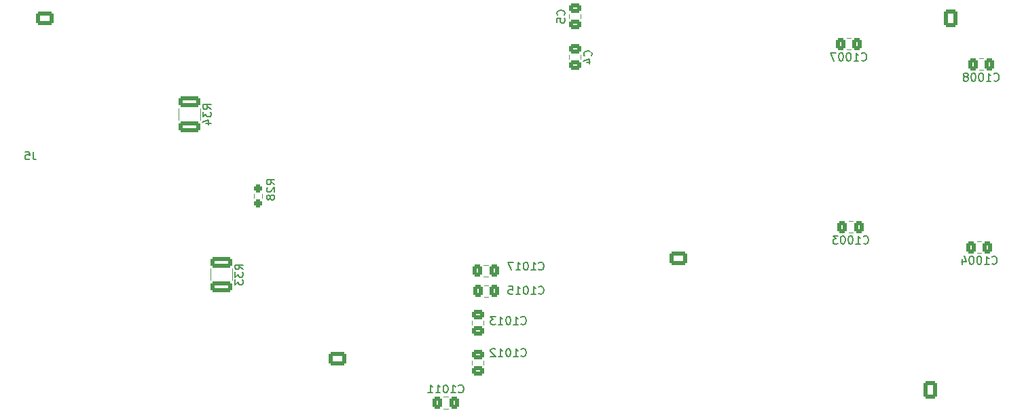
<source format=gbo>
G04 #@! TF.GenerationSoftware,KiCad,Pcbnew,(6.0.0)*
G04 #@! TF.CreationDate,2022-07-21T12:24:26+02:00*
G04 #@! TF.ProjectId,AWG,4157472e-6b69-4636-9164-5f7063625858,rev?*
G04 #@! TF.SameCoordinates,Original*
G04 #@! TF.FileFunction,Legend,Bot*
G04 #@! TF.FilePolarity,Positive*
%FSLAX46Y46*%
G04 Gerber Fmt 4.6, Leading zero omitted, Abs format (unit mm)*
G04 Created by KiCad (PCBNEW (6.0.0)) date 2022-07-21 12:24:26*
%MOMM*%
%LPD*%
G01*
G04 APERTURE LIST*
G04 Aperture macros list*
%AMRoundRect*
0 Rectangle with rounded corners*
0 $1 Rounding radius*
0 $2 $3 $4 $5 $6 $7 $8 $9 X,Y pos of 4 corners*
0 Add a 4 corners polygon primitive as box body*
4,1,4,$2,$3,$4,$5,$6,$7,$8,$9,$2,$3,0*
0 Add four circle primitives for the rounded corners*
1,1,$1+$1,$2,$3*
1,1,$1+$1,$4,$5*
1,1,$1+$1,$6,$7*
1,1,$1+$1,$8,$9*
0 Add four rect primitives between the rounded corners*
20,1,$1+$1,$2,$3,$4,$5,0*
20,1,$1+$1,$4,$5,$6,$7,0*
20,1,$1+$1,$6,$7,$8,$9,0*
20,1,$1+$1,$8,$9,$2,$3,0*%
G04 Aperture macros list end*
%ADD10C,0.150000*%
%ADD11C,0.120000*%
%ADD12R,1.600000X1.600000*%
%ADD13C,1.600000*%
%ADD14RoundRect,0.249999X0.845001X-0.620001X0.845001X0.620001X-0.845001X0.620001X-0.845001X-0.620001X0*%
%ADD15O,2.190000X1.740000*%
%ADD16RoundRect,0.249999X0.620001X0.845001X-0.620001X0.845001X-0.620001X-0.845001X0.620001X-0.845001X0*%
%ADD17O,1.740000X2.190000*%
%ADD18O,3.500000X3.500000*%
%ADD19R,1.905000X2.000000*%
%ADD20O,1.905000X2.000000*%
%ADD21C,4.000000*%
%ADD22C,2.340000*%
%ADD23O,1.800000X1.800000*%
%ADD24O,1.500000X1.500000*%
%ADD25O,1.700000X1.700000*%
%ADD26R,1.700000X1.700000*%
%ADD27C,0.800000*%
%ADD28C,6.400000*%
%ADD29RoundRect,0.249999X-0.845001X0.620001X-0.845001X-0.620001X0.845001X-0.620001X0.845001X0.620001X0*%
%ADD30RoundRect,0.250000X0.475000X-0.337500X0.475000X0.337500X-0.475000X0.337500X-0.475000X-0.337500X0*%
%ADD31RoundRect,0.250000X-0.475000X0.337500X-0.475000X-0.337500X0.475000X-0.337500X0.475000X0.337500X0*%
%ADD32RoundRect,0.250000X-0.337500X-0.475000X0.337500X-0.475000X0.337500X0.475000X-0.337500X0.475000X0*%
%ADD33RoundRect,0.250000X0.337500X0.475000X-0.337500X0.475000X-0.337500X-0.475000X0.337500X-0.475000X0*%
%ADD34R,4.000000X1.400000*%
%ADD35R,4.000000X1.500000*%
%ADD36RoundRect,0.237500X0.237500X-0.250000X0.237500X0.250000X-0.237500X0.250000X-0.237500X-0.250000X0*%
%ADD37RoundRect,0.250000X1.075000X-0.400000X1.075000X0.400000X-1.075000X0.400000X-1.075000X-0.400000X0*%
G04 APERTURE END LIST*
D10*
X214127142Y-69683333D02*
X214174761Y-69635714D01*
X214222380Y-69492857D01*
X214222380Y-69397619D01*
X214174761Y-69254761D01*
X214079523Y-69159523D01*
X213984285Y-69111904D01*
X213793809Y-69064285D01*
X213650952Y-69064285D01*
X213460476Y-69111904D01*
X213365238Y-69159523D01*
X213270000Y-69254761D01*
X213222380Y-69397619D01*
X213222380Y-69492857D01*
X213270000Y-69635714D01*
X213317619Y-69683333D01*
X213555714Y-70540476D02*
X214222380Y-70540476D01*
X213174761Y-70302380D02*
X213889047Y-70064285D01*
X213889047Y-70683333D01*
X210767142Y-64603333D02*
X210814761Y-64555714D01*
X210862380Y-64412857D01*
X210862380Y-64317619D01*
X210814761Y-64174761D01*
X210719523Y-64079523D01*
X210624285Y-64031904D01*
X210433809Y-63984285D01*
X210290952Y-63984285D01*
X210100476Y-64031904D01*
X210005238Y-64079523D01*
X209910000Y-64174761D01*
X209862380Y-64317619D01*
X209862380Y-64412857D01*
X209910000Y-64555714D01*
X209957619Y-64603333D01*
X209862380Y-65508095D02*
X209862380Y-65031904D01*
X210338571Y-64984285D01*
X210290952Y-65031904D01*
X210243333Y-65127142D01*
X210243333Y-65365238D01*
X210290952Y-65460476D01*
X210338571Y-65508095D01*
X210433809Y-65555714D01*
X210671904Y-65555714D01*
X210767142Y-65508095D01*
X210814761Y-65460476D01*
X210862380Y-65365238D01*
X210862380Y-65127142D01*
X210814761Y-65031904D01*
X210767142Y-64984285D01*
X248077738Y-93077142D02*
X248125357Y-93124761D01*
X248268214Y-93172380D01*
X248363452Y-93172380D01*
X248506309Y-93124761D01*
X248601547Y-93029523D01*
X248649166Y-92934285D01*
X248696785Y-92743809D01*
X248696785Y-92600952D01*
X248649166Y-92410476D01*
X248601547Y-92315238D01*
X248506309Y-92220000D01*
X248363452Y-92172380D01*
X248268214Y-92172380D01*
X248125357Y-92220000D01*
X248077738Y-92267619D01*
X247125357Y-93172380D02*
X247696785Y-93172380D01*
X247411071Y-93172380D02*
X247411071Y-92172380D01*
X247506309Y-92315238D01*
X247601547Y-92410476D01*
X247696785Y-92458095D01*
X246506309Y-92172380D02*
X246411071Y-92172380D01*
X246315833Y-92220000D01*
X246268214Y-92267619D01*
X246220595Y-92362857D01*
X246172976Y-92553333D01*
X246172976Y-92791428D01*
X246220595Y-92981904D01*
X246268214Y-93077142D01*
X246315833Y-93124761D01*
X246411071Y-93172380D01*
X246506309Y-93172380D01*
X246601547Y-93124761D01*
X246649166Y-93077142D01*
X246696785Y-92981904D01*
X246744404Y-92791428D01*
X246744404Y-92553333D01*
X246696785Y-92362857D01*
X246649166Y-92267619D01*
X246601547Y-92220000D01*
X246506309Y-92172380D01*
X245553928Y-92172380D02*
X245458690Y-92172380D01*
X245363452Y-92220000D01*
X245315833Y-92267619D01*
X245268214Y-92362857D01*
X245220595Y-92553333D01*
X245220595Y-92791428D01*
X245268214Y-92981904D01*
X245315833Y-93077142D01*
X245363452Y-93124761D01*
X245458690Y-93172380D01*
X245553928Y-93172380D01*
X245649166Y-93124761D01*
X245696785Y-93077142D01*
X245744404Y-92981904D01*
X245792023Y-92791428D01*
X245792023Y-92553333D01*
X245744404Y-92362857D01*
X245696785Y-92267619D01*
X245649166Y-92220000D01*
X245553928Y-92172380D01*
X244887261Y-92172380D02*
X244268214Y-92172380D01*
X244601547Y-92553333D01*
X244458690Y-92553333D01*
X244363452Y-92600952D01*
X244315833Y-92648571D01*
X244268214Y-92743809D01*
X244268214Y-92981904D01*
X244315833Y-93077142D01*
X244363452Y-93124761D01*
X244458690Y-93172380D01*
X244744404Y-93172380D01*
X244839642Y-93124761D01*
X244887261Y-93077142D01*
X264122738Y-95617142D02*
X264170357Y-95664761D01*
X264313214Y-95712380D01*
X264408452Y-95712380D01*
X264551309Y-95664761D01*
X264646547Y-95569523D01*
X264694166Y-95474285D01*
X264741785Y-95283809D01*
X264741785Y-95140952D01*
X264694166Y-94950476D01*
X264646547Y-94855238D01*
X264551309Y-94760000D01*
X264408452Y-94712380D01*
X264313214Y-94712380D01*
X264170357Y-94760000D01*
X264122738Y-94807619D01*
X263170357Y-95712380D02*
X263741785Y-95712380D01*
X263456071Y-95712380D02*
X263456071Y-94712380D01*
X263551309Y-94855238D01*
X263646547Y-94950476D01*
X263741785Y-94998095D01*
X262551309Y-94712380D02*
X262456071Y-94712380D01*
X262360833Y-94760000D01*
X262313214Y-94807619D01*
X262265595Y-94902857D01*
X262217976Y-95093333D01*
X262217976Y-95331428D01*
X262265595Y-95521904D01*
X262313214Y-95617142D01*
X262360833Y-95664761D01*
X262456071Y-95712380D01*
X262551309Y-95712380D01*
X262646547Y-95664761D01*
X262694166Y-95617142D01*
X262741785Y-95521904D01*
X262789404Y-95331428D01*
X262789404Y-95093333D01*
X262741785Y-94902857D01*
X262694166Y-94807619D01*
X262646547Y-94760000D01*
X262551309Y-94712380D01*
X261598928Y-94712380D02*
X261503690Y-94712380D01*
X261408452Y-94760000D01*
X261360833Y-94807619D01*
X261313214Y-94902857D01*
X261265595Y-95093333D01*
X261265595Y-95331428D01*
X261313214Y-95521904D01*
X261360833Y-95617142D01*
X261408452Y-95664761D01*
X261503690Y-95712380D01*
X261598928Y-95712380D01*
X261694166Y-95664761D01*
X261741785Y-95617142D01*
X261789404Y-95521904D01*
X261837023Y-95331428D01*
X261837023Y-95093333D01*
X261789404Y-94902857D01*
X261741785Y-94807619D01*
X261694166Y-94760000D01*
X261598928Y-94712380D01*
X260408452Y-95045714D02*
X260408452Y-95712380D01*
X260646547Y-94664761D02*
X260884642Y-95379047D01*
X260265595Y-95379047D01*
X247845238Y-70217142D02*
X247892857Y-70264761D01*
X248035714Y-70312380D01*
X248130952Y-70312380D01*
X248273809Y-70264761D01*
X248369047Y-70169523D01*
X248416666Y-70074285D01*
X248464285Y-69883809D01*
X248464285Y-69740952D01*
X248416666Y-69550476D01*
X248369047Y-69455238D01*
X248273809Y-69360000D01*
X248130952Y-69312380D01*
X248035714Y-69312380D01*
X247892857Y-69360000D01*
X247845238Y-69407619D01*
X246892857Y-70312380D02*
X247464285Y-70312380D01*
X247178571Y-70312380D02*
X247178571Y-69312380D01*
X247273809Y-69455238D01*
X247369047Y-69550476D01*
X247464285Y-69598095D01*
X246273809Y-69312380D02*
X246178571Y-69312380D01*
X246083333Y-69360000D01*
X246035714Y-69407619D01*
X245988095Y-69502857D01*
X245940476Y-69693333D01*
X245940476Y-69931428D01*
X245988095Y-70121904D01*
X246035714Y-70217142D01*
X246083333Y-70264761D01*
X246178571Y-70312380D01*
X246273809Y-70312380D01*
X246369047Y-70264761D01*
X246416666Y-70217142D01*
X246464285Y-70121904D01*
X246511904Y-69931428D01*
X246511904Y-69693333D01*
X246464285Y-69502857D01*
X246416666Y-69407619D01*
X246369047Y-69360000D01*
X246273809Y-69312380D01*
X245321428Y-69312380D02*
X245226190Y-69312380D01*
X245130952Y-69360000D01*
X245083333Y-69407619D01*
X245035714Y-69502857D01*
X244988095Y-69693333D01*
X244988095Y-69931428D01*
X245035714Y-70121904D01*
X245083333Y-70217142D01*
X245130952Y-70264761D01*
X245226190Y-70312380D01*
X245321428Y-70312380D01*
X245416666Y-70264761D01*
X245464285Y-70217142D01*
X245511904Y-70121904D01*
X245559523Y-69931428D01*
X245559523Y-69693333D01*
X245511904Y-69502857D01*
X245464285Y-69407619D01*
X245416666Y-69360000D01*
X245321428Y-69312380D01*
X244654761Y-69312380D02*
X243988095Y-69312380D01*
X244416666Y-70312380D01*
X264355238Y-72757142D02*
X264402857Y-72804761D01*
X264545714Y-72852380D01*
X264640952Y-72852380D01*
X264783809Y-72804761D01*
X264879047Y-72709523D01*
X264926666Y-72614285D01*
X264974285Y-72423809D01*
X264974285Y-72280952D01*
X264926666Y-72090476D01*
X264879047Y-71995238D01*
X264783809Y-71900000D01*
X264640952Y-71852380D01*
X264545714Y-71852380D01*
X264402857Y-71900000D01*
X264355238Y-71947619D01*
X263402857Y-72852380D02*
X263974285Y-72852380D01*
X263688571Y-72852380D02*
X263688571Y-71852380D01*
X263783809Y-71995238D01*
X263879047Y-72090476D01*
X263974285Y-72138095D01*
X262783809Y-71852380D02*
X262688571Y-71852380D01*
X262593333Y-71900000D01*
X262545714Y-71947619D01*
X262498095Y-72042857D01*
X262450476Y-72233333D01*
X262450476Y-72471428D01*
X262498095Y-72661904D01*
X262545714Y-72757142D01*
X262593333Y-72804761D01*
X262688571Y-72852380D01*
X262783809Y-72852380D01*
X262879047Y-72804761D01*
X262926666Y-72757142D01*
X262974285Y-72661904D01*
X263021904Y-72471428D01*
X263021904Y-72233333D01*
X262974285Y-72042857D01*
X262926666Y-71947619D01*
X262879047Y-71900000D01*
X262783809Y-71852380D01*
X261831428Y-71852380D02*
X261736190Y-71852380D01*
X261640952Y-71900000D01*
X261593333Y-71947619D01*
X261545714Y-72042857D01*
X261498095Y-72233333D01*
X261498095Y-72471428D01*
X261545714Y-72661904D01*
X261593333Y-72757142D01*
X261640952Y-72804761D01*
X261736190Y-72852380D01*
X261831428Y-72852380D01*
X261926666Y-72804761D01*
X261974285Y-72757142D01*
X262021904Y-72661904D01*
X262069523Y-72471428D01*
X262069523Y-72233333D01*
X262021904Y-72042857D01*
X261974285Y-71947619D01*
X261926666Y-71900000D01*
X261831428Y-71852380D01*
X260926666Y-72280952D02*
X261021904Y-72233333D01*
X261069523Y-72185714D01*
X261117142Y-72090476D01*
X261117142Y-72042857D01*
X261069523Y-71947619D01*
X261021904Y-71900000D01*
X260926666Y-71852380D01*
X260736190Y-71852380D01*
X260640952Y-71900000D01*
X260593333Y-71947619D01*
X260545714Y-72042857D01*
X260545714Y-72090476D01*
X260593333Y-72185714D01*
X260640952Y-72233333D01*
X260736190Y-72280952D01*
X260926666Y-72280952D01*
X261021904Y-72328571D01*
X261069523Y-72376190D01*
X261117142Y-72471428D01*
X261117142Y-72661904D01*
X261069523Y-72757142D01*
X261021904Y-72804761D01*
X260926666Y-72852380D01*
X260736190Y-72852380D01*
X260640952Y-72804761D01*
X260593333Y-72757142D01*
X260545714Y-72661904D01*
X260545714Y-72471428D01*
X260593333Y-72376190D01*
X260640952Y-72328571D01*
X260736190Y-72280952D01*
X197595238Y-111677142D02*
X197642857Y-111724761D01*
X197785714Y-111772380D01*
X197880952Y-111772380D01*
X198023809Y-111724761D01*
X198119047Y-111629523D01*
X198166666Y-111534285D01*
X198214285Y-111343809D01*
X198214285Y-111200952D01*
X198166666Y-111010476D01*
X198119047Y-110915238D01*
X198023809Y-110820000D01*
X197880952Y-110772380D01*
X197785714Y-110772380D01*
X197642857Y-110820000D01*
X197595238Y-110867619D01*
X196642857Y-111772380D02*
X197214285Y-111772380D01*
X196928571Y-111772380D02*
X196928571Y-110772380D01*
X197023809Y-110915238D01*
X197119047Y-111010476D01*
X197214285Y-111058095D01*
X196023809Y-110772380D02*
X195928571Y-110772380D01*
X195833333Y-110820000D01*
X195785714Y-110867619D01*
X195738095Y-110962857D01*
X195690476Y-111153333D01*
X195690476Y-111391428D01*
X195738095Y-111581904D01*
X195785714Y-111677142D01*
X195833333Y-111724761D01*
X195928571Y-111772380D01*
X196023809Y-111772380D01*
X196119047Y-111724761D01*
X196166666Y-111677142D01*
X196214285Y-111581904D01*
X196261904Y-111391428D01*
X196261904Y-111153333D01*
X196214285Y-110962857D01*
X196166666Y-110867619D01*
X196119047Y-110820000D01*
X196023809Y-110772380D01*
X194738095Y-111772380D02*
X195309523Y-111772380D01*
X195023809Y-111772380D02*
X195023809Y-110772380D01*
X195119047Y-110915238D01*
X195214285Y-111010476D01*
X195309523Y-111058095D01*
X193785714Y-111772380D02*
X194357142Y-111772380D01*
X194071428Y-111772380D02*
X194071428Y-110772380D01*
X194166666Y-110915238D01*
X194261904Y-111010476D01*
X194357142Y-111058095D01*
X205395238Y-107157142D02*
X205442857Y-107204761D01*
X205585714Y-107252380D01*
X205680952Y-107252380D01*
X205823809Y-107204761D01*
X205919047Y-107109523D01*
X205966666Y-107014285D01*
X206014285Y-106823809D01*
X206014285Y-106680952D01*
X205966666Y-106490476D01*
X205919047Y-106395238D01*
X205823809Y-106300000D01*
X205680952Y-106252380D01*
X205585714Y-106252380D01*
X205442857Y-106300000D01*
X205395238Y-106347619D01*
X204442857Y-107252380D02*
X205014285Y-107252380D01*
X204728571Y-107252380D02*
X204728571Y-106252380D01*
X204823809Y-106395238D01*
X204919047Y-106490476D01*
X205014285Y-106538095D01*
X203823809Y-106252380D02*
X203728571Y-106252380D01*
X203633333Y-106300000D01*
X203585714Y-106347619D01*
X203538095Y-106442857D01*
X203490476Y-106633333D01*
X203490476Y-106871428D01*
X203538095Y-107061904D01*
X203585714Y-107157142D01*
X203633333Y-107204761D01*
X203728571Y-107252380D01*
X203823809Y-107252380D01*
X203919047Y-107204761D01*
X203966666Y-107157142D01*
X204014285Y-107061904D01*
X204061904Y-106871428D01*
X204061904Y-106633333D01*
X204014285Y-106442857D01*
X203966666Y-106347619D01*
X203919047Y-106300000D01*
X203823809Y-106252380D01*
X202538095Y-107252380D02*
X203109523Y-107252380D01*
X202823809Y-107252380D02*
X202823809Y-106252380D01*
X202919047Y-106395238D01*
X203014285Y-106490476D01*
X203109523Y-106538095D01*
X202157142Y-106347619D02*
X202109523Y-106300000D01*
X202014285Y-106252380D01*
X201776190Y-106252380D01*
X201680952Y-106300000D01*
X201633333Y-106347619D01*
X201585714Y-106442857D01*
X201585714Y-106538095D01*
X201633333Y-106680952D01*
X202204761Y-107252380D01*
X201585714Y-107252380D01*
X205395238Y-103157142D02*
X205442857Y-103204761D01*
X205585714Y-103252380D01*
X205680952Y-103252380D01*
X205823809Y-103204761D01*
X205919047Y-103109523D01*
X205966666Y-103014285D01*
X206014285Y-102823809D01*
X206014285Y-102680952D01*
X205966666Y-102490476D01*
X205919047Y-102395238D01*
X205823809Y-102300000D01*
X205680952Y-102252380D01*
X205585714Y-102252380D01*
X205442857Y-102300000D01*
X205395238Y-102347619D01*
X204442857Y-103252380D02*
X205014285Y-103252380D01*
X204728571Y-103252380D02*
X204728571Y-102252380D01*
X204823809Y-102395238D01*
X204919047Y-102490476D01*
X205014285Y-102538095D01*
X203823809Y-102252380D02*
X203728571Y-102252380D01*
X203633333Y-102300000D01*
X203585714Y-102347619D01*
X203538095Y-102442857D01*
X203490476Y-102633333D01*
X203490476Y-102871428D01*
X203538095Y-103061904D01*
X203585714Y-103157142D01*
X203633333Y-103204761D01*
X203728571Y-103252380D01*
X203823809Y-103252380D01*
X203919047Y-103204761D01*
X203966666Y-103157142D01*
X204014285Y-103061904D01*
X204061904Y-102871428D01*
X204061904Y-102633333D01*
X204014285Y-102442857D01*
X203966666Y-102347619D01*
X203919047Y-102300000D01*
X203823809Y-102252380D01*
X202538095Y-103252380D02*
X203109523Y-103252380D01*
X202823809Y-103252380D02*
X202823809Y-102252380D01*
X202919047Y-102395238D01*
X203014285Y-102490476D01*
X203109523Y-102538095D01*
X202204761Y-102252380D02*
X201585714Y-102252380D01*
X201919047Y-102633333D01*
X201776190Y-102633333D01*
X201680952Y-102680952D01*
X201633333Y-102728571D01*
X201585714Y-102823809D01*
X201585714Y-103061904D01*
X201633333Y-103157142D01*
X201680952Y-103204761D01*
X201776190Y-103252380D01*
X202061904Y-103252380D01*
X202157142Y-103204761D01*
X202204761Y-103157142D01*
X207595238Y-99357142D02*
X207642857Y-99404761D01*
X207785714Y-99452380D01*
X207880952Y-99452380D01*
X208023809Y-99404761D01*
X208119047Y-99309523D01*
X208166666Y-99214285D01*
X208214285Y-99023809D01*
X208214285Y-98880952D01*
X208166666Y-98690476D01*
X208119047Y-98595238D01*
X208023809Y-98500000D01*
X207880952Y-98452380D01*
X207785714Y-98452380D01*
X207642857Y-98500000D01*
X207595238Y-98547619D01*
X206642857Y-99452380D02*
X207214285Y-99452380D01*
X206928571Y-99452380D02*
X206928571Y-98452380D01*
X207023809Y-98595238D01*
X207119047Y-98690476D01*
X207214285Y-98738095D01*
X206023809Y-98452380D02*
X205928571Y-98452380D01*
X205833333Y-98500000D01*
X205785714Y-98547619D01*
X205738095Y-98642857D01*
X205690476Y-98833333D01*
X205690476Y-99071428D01*
X205738095Y-99261904D01*
X205785714Y-99357142D01*
X205833333Y-99404761D01*
X205928571Y-99452380D01*
X206023809Y-99452380D01*
X206119047Y-99404761D01*
X206166666Y-99357142D01*
X206214285Y-99261904D01*
X206261904Y-99071428D01*
X206261904Y-98833333D01*
X206214285Y-98642857D01*
X206166666Y-98547619D01*
X206119047Y-98500000D01*
X206023809Y-98452380D01*
X204738095Y-99452380D02*
X205309523Y-99452380D01*
X205023809Y-99452380D02*
X205023809Y-98452380D01*
X205119047Y-98595238D01*
X205214285Y-98690476D01*
X205309523Y-98738095D01*
X203833333Y-98452380D02*
X204309523Y-98452380D01*
X204357142Y-98928571D01*
X204309523Y-98880952D01*
X204214285Y-98833333D01*
X203976190Y-98833333D01*
X203880952Y-98880952D01*
X203833333Y-98928571D01*
X203785714Y-99023809D01*
X203785714Y-99261904D01*
X203833333Y-99357142D01*
X203880952Y-99404761D01*
X203976190Y-99452380D01*
X204214285Y-99452380D01*
X204309523Y-99404761D01*
X204357142Y-99357142D01*
X144533333Y-81652380D02*
X144533333Y-82366666D01*
X144580952Y-82509523D01*
X144676190Y-82604761D01*
X144819047Y-82652380D01*
X144914285Y-82652380D01*
X143580952Y-81652380D02*
X144057142Y-81652380D01*
X144104761Y-82128571D01*
X144057142Y-82080952D01*
X143961904Y-82033333D01*
X143723809Y-82033333D01*
X143628571Y-82080952D01*
X143580952Y-82128571D01*
X143533333Y-82223809D01*
X143533333Y-82461904D01*
X143580952Y-82557142D01*
X143628571Y-82604761D01*
X143723809Y-82652380D01*
X143961904Y-82652380D01*
X144057142Y-82604761D01*
X144104761Y-82557142D01*
X174652380Y-85757142D02*
X174176190Y-85423809D01*
X174652380Y-85185714D02*
X173652380Y-85185714D01*
X173652380Y-85566666D01*
X173700000Y-85661904D01*
X173747619Y-85709523D01*
X173842857Y-85757142D01*
X173985714Y-85757142D01*
X174080952Y-85709523D01*
X174128571Y-85661904D01*
X174176190Y-85566666D01*
X174176190Y-85185714D01*
X173747619Y-86138095D02*
X173700000Y-86185714D01*
X173652380Y-86280952D01*
X173652380Y-86519047D01*
X173700000Y-86614285D01*
X173747619Y-86661904D01*
X173842857Y-86709523D01*
X173938095Y-86709523D01*
X174080952Y-86661904D01*
X174652380Y-86090476D01*
X174652380Y-86709523D01*
X174080952Y-87280952D02*
X174033333Y-87185714D01*
X173985714Y-87138095D01*
X173890476Y-87090476D01*
X173842857Y-87090476D01*
X173747619Y-87138095D01*
X173700000Y-87185714D01*
X173652380Y-87280952D01*
X173652380Y-87471428D01*
X173700000Y-87566666D01*
X173747619Y-87614285D01*
X173842857Y-87661904D01*
X173890476Y-87661904D01*
X173985714Y-87614285D01*
X174033333Y-87566666D01*
X174080952Y-87471428D01*
X174080952Y-87280952D01*
X174128571Y-87185714D01*
X174176190Y-87138095D01*
X174271428Y-87090476D01*
X174461904Y-87090476D01*
X174557142Y-87138095D01*
X174604761Y-87185714D01*
X174652380Y-87280952D01*
X174652380Y-87471428D01*
X174604761Y-87566666D01*
X174557142Y-87614285D01*
X174461904Y-87661904D01*
X174271428Y-87661904D01*
X174176190Y-87614285D01*
X174128571Y-87566666D01*
X174080952Y-87471428D01*
X170732380Y-96357142D02*
X170256190Y-96023809D01*
X170732380Y-95785714D02*
X169732380Y-95785714D01*
X169732380Y-96166666D01*
X169780000Y-96261904D01*
X169827619Y-96309523D01*
X169922857Y-96357142D01*
X170065714Y-96357142D01*
X170160952Y-96309523D01*
X170208571Y-96261904D01*
X170256190Y-96166666D01*
X170256190Y-95785714D01*
X169732380Y-96690476D02*
X169732380Y-97309523D01*
X170113333Y-96976190D01*
X170113333Y-97119047D01*
X170160952Y-97214285D01*
X170208571Y-97261904D01*
X170303809Y-97309523D01*
X170541904Y-97309523D01*
X170637142Y-97261904D01*
X170684761Y-97214285D01*
X170732380Y-97119047D01*
X170732380Y-96833333D01*
X170684761Y-96738095D01*
X170637142Y-96690476D01*
X169732380Y-97642857D02*
X169732380Y-98261904D01*
X170113333Y-97928571D01*
X170113333Y-98071428D01*
X170160952Y-98166666D01*
X170208571Y-98214285D01*
X170303809Y-98261904D01*
X170541904Y-98261904D01*
X170637142Y-98214285D01*
X170684761Y-98166666D01*
X170732380Y-98071428D01*
X170732380Y-97785714D01*
X170684761Y-97690476D01*
X170637142Y-97642857D01*
X207595238Y-96357142D02*
X207642857Y-96404761D01*
X207785714Y-96452380D01*
X207880952Y-96452380D01*
X208023809Y-96404761D01*
X208119047Y-96309523D01*
X208166666Y-96214285D01*
X208214285Y-96023809D01*
X208214285Y-95880952D01*
X208166666Y-95690476D01*
X208119047Y-95595238D01*
X208023809Y-95500000D01*
X207880952Y-95452380D01*
X207785714Y-95452380D01*
X207642857Y-95500000D01*
X207595238Y-95547619D01*
X206642857Y-96452380D02*
X207214285Y-96452380D01*
X206928571Y-96452380D02*
X206928571Y-95452380D01*
X207023809Y-95595238D01*
X207119047Y-95690476D01*
X207214285Y-95738095D01*
X206023809Y-95452380D02*
X205928571Y-95452380D01*
X205833333Y-95500000D01*
X205785714Y-95547619D01*
X205738095Y-95642857D01*
X205690476Y-95833333D01*
X205690476Y-96071428D01*
X205738095Y-96261904D01*
X205785714Y-96357142D01*
X205833333Y-96404761D01*
X205928571Y-96452380D01*
X206023809Y-96452380D01*
X206119047Y-96404761D01*
X206166666Y-96357142D01*
X206214285Y-96261904D01*
X206261904Y-96071428D01*
X206261904Y-95833333D01*
X206214285Y-95642857D01*
X206166666Y-95547619D01*
X206119047Y-95500000D01*
X206023809Y-95452380D01*
X204738095Y-96452380D02*
X205309523Y-96452380D01*
X205023809Y-96452380D02*
X205023809Y-95452380D01*
X205119047Y-95595238D01*
X205214285Y-95690476D01*
X205309523Y-95738095D01*
X204404761Y-95452380D02*
X203738095Y-95452380D01*
X204166666Y-96452380D01*
X166732380Y-76357142D02*
X166256190Y-76023809D01*
X166732380Y-75785714D02*
X165732380Y-75785714D01*
X165732380Y-76166666D01*
X165780000Y-76261904D01*
X165827619Y-76309523D01*
X165922857Y-76357142D01*
X166065714Y-76357142D01*
X166160952Y-76309523D01*
X166208571Y-76261904D01*
X166256190Y-76166666D01*
X166256190Y-75785714D01*
X165732380Y-76690476D02*
X165732380Y-77309523D01*
X166113333Y-76976190D01*
X166113333Y-77119047D01*
X166160952Y-77214285D01*
X166208571Y-77261904D01*
X166303809Y-77309523D01*
X166541904Y-77309523D01*
X166637142Y-77261904D01*
X166684761Y-77214285D01*
X166732380Y-77119047D01*
X166732380Y-76833333D01*
X166684761Y-76738095D01*
X166637142Y-76690476D01*
X166065714Y-78166666D02*
X166732380Y-78166666D01*
X165684761Y-77928571D02*
X166399047Y-77690476D01*
X166399047Y-78309523D01*
D11*
X212825000Y-70111252D02*
X212825000Y-69588748D01*
X211355000Y-70111252D02*
X211355000Y-69588748D01*
X212825000Y-64508748D02*
X212825000Y-65031252D01*
X211355000Y-64508748D02*
X211355000Y-65031252D01*
X246221248Y-91775000D02*
X246743752Y-91775000D01*
X246221248Y-90305000D02*
X246743752Y-90305000D01*
X262266248Y-92845000D02*
X262788752Y-92845000D01*
X262266248Y-94315000D02*
X262788752Y-94315000D01*
X245988748Y-67445000D02*
X246511252Y-67445000D01*
X245988748Y-68915000D02*
X246511252Y-68915000D01*
X262498748Y-69985000D02*
X263021252Y-69985000D01*
X262498748Y-71455000D02*
X263021252Y-71455000D01*
X196261252Y-112265000D02*
X195738748Y-112265000D01*
X196261252Y-113735000D02*
X195738748Y-113735000D01*
X199265000Y-107738748D02*
X199265000Y-108261252D01*
X200735000Y-107738748D02*
X200735000Y-108261252D01*
X200735000Y-102738748D02*
X200735000Y-103261252D01*
X199265000Y-102738748D02*
X199265000Y-103261252D01*
X200776248Y-98325000D02*
X201298752Y-98325000D01*
X200776248Y-99795000D02*
X201298752Y-99795000D01*
X173122500Y-87454724D02*
X173122500Y-86945276D01*
X172077500Y-87454724D02*
X172077500Y-86945276D01*
X166645000Y-97723737D02*
X166645000Y-96276263D01*
X169355000Y-97723737D02*
X169355000Y-96276263D01*
X200738748Y-97255000D02*
X201261252Y-97255000D01*
X200738748Y-95785000D02*
X201261252Y-95785000D01*
X162645000Y-77723737D02*
X162645000Y-76276263D01*
X165355000Y-77723737D02*
X165355000Y-76276263D01*
%LPC*%
D12*
X242440000Y-111360000D03*
X240840000Y-112030937D03*
D13*
X242440000Y-108860000D03*
X244040000Y-108189063D03*
D12*
X240840000Y-91710937D03*
X242440000Y-91040000D03*
D13*
X244040000Y-87869063D03*
X242440000Y-88540000D03*
D12*
X265300000Y-87230000D03*
X266900000Y-86559063D03*
D13*
X263700000Y-90400937D03*
X265300000Y-89730000D03*
D12*
X270000000Y-64370000D03*
X271600000Y-63699063D03*
D13*
X268400000Y-67540937D03*
X270000000Y-66870000D03*
D14*
X225000000Y-95000000D03*
D15*
X225000000Y-92460000D03*
X225000000Y-89920000D03*
X225000000Y-87380000D03*
X225000000Y-84840000D03*
X225000000Y-82300000D03*
X225000000Y-79760000D03*
X225000000Y-77220000D03*
X225000000Y-74680000D03*
X225000000Y-72140000D03*
D16*
X256410000Y-111360000D03*
D17*
X253870000Y-111360000D03*
X251330000Y-111360000D03*
D16*
X258950000Y-65000000D03*
D17*
X256410000Y-65000000D03*
X253870000Y-65000000D03*
X251330000Y-65000000D03*
X248790000Y-65000000D03*
D14*
X182500000Y-107500000D03*
D15*
X182500000Y-104960000D03*
X182500000Y-102420000D03*
X182500000Y-99880000D03*
X182500000Y-97340000D03*
X182500000Y-94800000D03*
D18*
X165460000Y-117660000D03*
D19*
X168000000Y-101000000D03*
D20*
X165460000Y-101000000D03*
X162920000Y-101000000D03*
D21*
X159000000Y-85650000D03*
D22*
X164000000Y-83000000D03*
X154000000Y-85500000D03*
X164000000Y-88000000D03*
D23*
X208465000Y-61090000D03*
D24*
X208165000Y-64120000D03*
D23*
X203015000Y-61090000D03*
D24*
X203315000Y-64120000D03*
D25*
X196850000Y-60960000D03*
X196850000Y-63500000D03*
D26*
X196850000Y-66040000D03*
D25*
X196850000Y-68580000D03*
X196850000Y-71120000D03*
X196850000Y-73660000D03*
X196850000Y-76200000D03*
D26*
X196850000Y-78740000D03*
D25*
X196850000Y-81280000D03*
X196850000Y-83820000D03*
X196850000Y-86360000D03*
X196850000Y-88900000D03*
D26*
X196850000Y-91440000D03*
D25*
X196850000Y-93980000D03*
X196850000Y-96520000D03*
X196850000Y-99060000D03*
X196850000Y-101600000D03*
D26*
X196850000Y-104140000D03*
D25*
X196850000Y-106680000D03*
X196850000Y-109220000D03*
X214630000Y-109220000D03*
X214630000Y-106680000D03*
D26*
X214630000Y-104140000D03*
D25*
X214630000Y-101600000D03*
X214630000Y-99060000D03*
X214630000Y-96520000D03*
X214630000Y-93980000D03*
D26*
X214630000Y-91440000D03*
D25*
X214630000Y-88900000D03*
X214630000Y-86360000D03*
X214630000Y-83820000D03*
X214630000Y-81280000D03*
D26*
X214630000Y-78740000D03*
D25*
X214630000Y-76200000D03*
X214630000Y-73660000D03*
X214630000Y-71120000D03*
X214630000Y-68580000D03*
D26*
X214630000Y-66040000D03*
D25*
X214630000Y-63500000D03*
X214630000Y-60960000D03*
X203200000Y-108990000D03*
D26*
X205740000Y-108990000D03*
D25*
X208280000Y-108990000D03*
D12*
X265300000Y-108820000D03*
X266900000Y-108149063D03*
D13*
X265300000Y-111320000D03*
X263700000Y-111990937D03*
D27*
X273302944Y-118302944D03*
X276697056Y-121697056D03*
X277400000Y-120000000D03*
X273302944Y-121697056D03*
X275000000Y-122400000D03*
D28*
X275000000Y-120000000D03*
D27*
X276697056Y-118302944D03*
X275000000Y-117600000D03*
X272600000Y-120000000D03*
X142600000Y-54500000D03*
X143302944Y-56197056D03*
X145000000Y-56900000D03*
X145000000Y-52100000D03*
X147400000Y-54500000D03*
D28*
X145000000Y-54500000D03*
D27*
X143302944Y-52802944D03*
X146697056Y-56197056D03*
X146697056Y-52802944D03*
X275000000Y-57400000D03*
X273302944Y-53302944D03*
X275000000Y-52600000D03*
X272600000Y-55000000D03*
X277400000Y-55000000D03*
D28*
X275000000Y-55000000D03*
D27*
X273302944Y-56697056D03*
X276697056Y-56697056D03*
X276697056Y-53302944D03*
X143302944Y-121697056D03*
X145000000Y-122400000D03*
X143302944Y-118302944D03*
X145000000Y-117600000D03*
X147400000Y-120000000D03*
X146697056Y-121697056D03*
X146697056Y-118302944D03*
D28*
X145000000Y-120000000D03*
D27*
X142600000Y-120000000D03*
D12*
X237500000Y-67500000D03*
X235900000Y-68170937D03*
D13*
X237500000Y-65000000D03*
X239100000Y-64329063D03*
D27*
X235000000Y-122400000D03*
X232600000Y-120000000D03*
X233302944Y-118302944D03*
X237400000Y-120000000D03*
X233302944Y-121697056D03*
X235000000Y-117600000D03*
X236697056Y-121697056D03*
D28*
X235000000Y-120000000D03*
D27*
X236697056Y-118302944D03*
X222500000Y-52600000D03*
X224900000Y-55000000D03*
D28*
X222500000Y-55000000D03*
D27*
X224197056Y-56697056D03*
X222500000Y-57400000D03*
X220802944Y-53302944D03*
X224197056Y-53302944D03*
X220100000Y-55000000D03*
X220802944Y-56697056D03*
X222500000Y-122400000D03*
X220802944Y-118302944D03*
X220100000Y-120000000D03*
D28*
X222500000Y-120000000D03*
D27*
X220802944Y-121697056D03*
X224197056Y-121697056D03*
X224197056Y-118302944D03*
X222500000Y-117600000D03*
X224900000Y-120000000D03*
X236697056Y-53302944D03*
X233302944Y-56697056D03*
D28*
X235000000Y-55000000D03*
D27*
X236697056Y-56697056D03*
X237400000Y-55000000D03*
X232600000Y-55000000D03*
X235000000Y-52600000D03*
X233302944Y-53302944D03*
X235000000Y-57400000D03*
D29*
X146000000Y-65000000D03*
D15*
X146000000Y-67540000D03*
X146000000Y-70080000D03*
X146000000Y-72620000D03*
X146000000Y-75160000D03*
D18*
X166540000Y-56340000D03*
D19*
X164000000Y-73000000D03*
D20*
X166540000Y-73000000D03*
X169080000Y-73000000D03*
D30*
X212090000Y-70887500D03*
X212090000Y-68812500D03*
D31*
X212090000Y-63732500D03*
X212090000Y-65807500D03*
D32*
X245445000Y-91040000D03*
X247520000Y-91040000D03*
X261490000Y-93580000D03*
X263565000Y-93580000D03*
X245212500Y-68180000D03*
X247287500Y-68180000D03*
X261722500Y-70720000D03*
X263797500Y-70720000D03*
D33*
X197037500Y-113000000D03*
X194962500Y-113000000D03*
D31*
X200000000Y-106962500D03*
X200000000Y-109037500D03*
X200000000Y-101962500D03*
X200000000Y-104037500D03*
D32*
X200000000Y-99060000D03*
X202075000Y-99060000D03*
D34*
X142000000Y-87000000D03*
D35*
X142000000Y-89540000D03*
X142000000Y-84460000D03*
D36*
X172600000Y-88112500D03*
X172600000Y-86287500D03*
D37*
X168000000Y-98550000D03*
X168000000Y-95450000D03*
D32*
X199962500Y-96520000D03*
X202037500Y-96520000D03*
D37*
X164000000Y-78550000D03*
X164000000Y-75450000D03*
G36*
X279942121Y-50020002D02*
G01*
X279988614Y-50073658D01*
X280000000Y-50126000D01*
X280000000Y-52128000D01*
X279979998Y-52196121D01*
X279926342Y-52242614D01*
X279874000Y-52254000D01*
X278126000Y-52254000D01*
X278057879Y-52233998D01*
X278011386Y-52180342D01*
X278000000Y-52128000D01*
X278000000Y-52018115D01*
X277995525Y-52002876D01*
X277994135Y-52001671D01*
X277986452Y-52000000D01*
X142018115Y-52000000D01*
X142002876Y-52004475D01*
X142001671Y-52005865D01*
X142000000Y-52013548D01*
X142000000Y-52128000D01*
X141979998Y-52196121D01*
X141926342Y-52242614D01*
X141874000Y-52254000D01*
X140126000Y-52254000D01*
X140057879Y-52233998D01*
X140011386Y-52180342D01*
X140000000Y-52128000D01*
X140000000Y-50126000D01*
X140020002Y-50057879D01*
X140073658Y-50011386D01*
X140126000Y-50000000D01*
X279874000Y-50000000D01*
X279942121Y-50020002D01*
G37*
G36*
X142003094Y-51746152D02*
G01*
X142018709Y-51746919D01*
X142031018Y-51748131D01*
X142039329Y-51749364D01*
X142103777Y-51779146D01*
X142141892Y-51839044D01*
X142141574Y-51910040D01*
X142102923Y-51969593D01*
X142038210Y-51998797D01*
X142020838Y-52000000D01*
X142018115Y-52000000D01*
X142002876Y-52004475D01*
X142001671Y-52005865D01*
X142000000Y-52013548D01*
X142000000Y-122981885D01*
X142004475Y-122997124D01*
X142005865Y-122998329D01*
X142013548Y-123000000D01*
X277981885Y-123000000D01*
X277997124Y-122995525D01*
X277998329Y-122994135D01*
X278000000Y-122986452D01*
X278000000Y-52018115D01*
X277995525Y-52002876D01*
X277994135Y-52001671D01*
X277986452Y-52000000D01*
X277979162Y-52000000D01*
X277911041Y-51979998D01*
X277864548Y-51926342D01*
X277854444Y-51856068D01*
X277883938Y-51791488D01*
X277943664Y-51753104D01*
X277960671Y-51749364D01*
X277968982Y-51748131D01*
X277981291Y-51746919D01*
X277996906Y-51746152D01*
X278003088Y-51746000D01*
X279874000Y-51746000D01*
X279942121Y-51766002D01*
X279988614Y-51819658D01*
X280000000Y-51872000D01*
X280000000Y-124874000D01*
X279979998Y-124942121D01*
X279926342Y-124988614D01*
X279874000Y-125000000D01*
X140126000Y-125000000D01*
X140057879Y-124979998D01*
X140011386Y-124926342D01*
X140000000Y-124874000D01*
X140000000Y-51872000D01*
X140020002Y-51803879D01*
X140073658Y-51757386D01*
X140126000Y-51746000D01*
X141996912Y-51746000D01*
X142003094Y-51746152D01*
G37*
M02*

</source>
